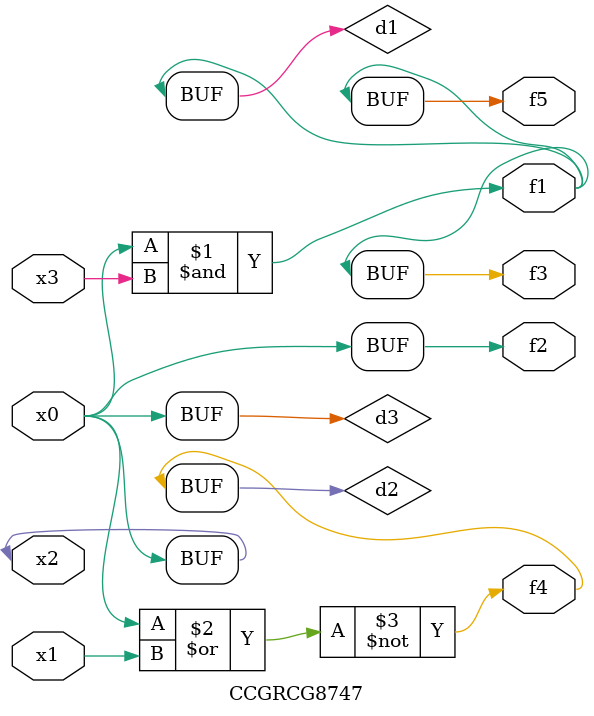
<source format=v>
module CCGRCG8747(
	input x0, x1, x2, x3,
	output f1, f2, f3, f4, f5
);

	wire d1, d2, d3;

	and (d1, x2, x3);
	nor (d2, x0, x1);
	buf (d3, x0, x2);
	assign f1 = d1;
	assign f2 = d3;
	assign f3 = d1;
	assign f4 = d2;
	assign f5 = d1;
endmodule

</source>
